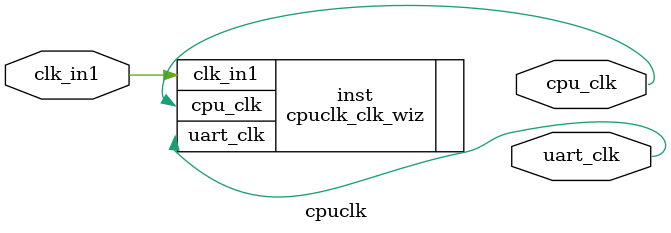
<source format=v>


`timescale 1ps/1ps

(* CORE_GENERATION_INFO = "cpuclk,clk_wiz_v5_4_3_0,{component_name=cpuclk,use_phase_alignment=true,use_min_o_jitter=false,use_max_i_jitter=false,use_dyn_phase_shift=false,use_inclk_switchover=false,use_dyn_reconfig=false,enable_axi=0,feedback_source=FDBK_AUTO,PRIMITIVE=PLL,num_out_clk=2,clkin1_period=10.000,clkin2_period=10.000,use_power_down=false,use_reset=false,use_locked=false,use_inclk_stopped=false,feedback_type=SINGLE,CLOCK_MGR_TYPE=NA,manual_override=false}" *)

module cpuclk 
 (
  // Clock out ports
  output        cpu_clk,
  output        uart_clk,
 // Clock in ports
  input         clk_in1
 );

  cpuclk_clk_wiz inst
  (
  // Clock out ports  
  .cpu_clk(cpu_clk),
  .uart_clk(uart_clk),
 // Clock in ports
  .clk_in1(clk_in1)
  );

endmodule

</source>
